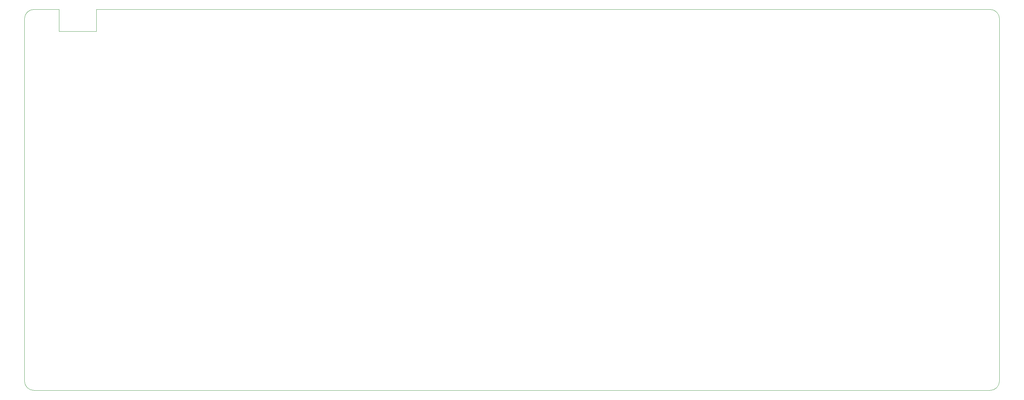
<source format=gm1>
G04 #@! TF.GenerationSoftware,KiCad,Pcbnew,(5.1.10-1-10_14)*
G04 #@! TF.CreationDate,2021-08-25T20:34:20+10:00*
G04 #@! TF.ProjectId,WTL62,57544c36-322e-46b6-9963-61645f706362,rev?*
G04 #@! TF.SameCoordinates,Original*
G04 #@! TF.FileFunction,Profile,NP*
%FSLAX46Y46*%
G04 Gerber Fmt 4.6, Leading zero omitted, Abs format (unit mm)*
G04 Created by KiCad (PCBNEW (5.1.10-1-10_14)) date 2021-08-25 20:34:20*
%MOMM*%
%LPD*%
G01*
G04 APERTURE LIST*
G04 #@! TA.AperFunction,Profile*
%ADD10C,0.050000*%
G04 #@! TD*
G04 APERTURE END LIST*
D10*
X42068750Y-23812500D02*
X269081250Y-23812500D01*
X28956467Y-23812275D02*
X32543750Y-23812500D01*
X42068750Y-29368750D02*
X42068750Y-23812500D01*
X32543750Y-29368750D02*
X42068750Y-29368750D01*
X32543750Y-23812500D02*
X32543750Y-29368750D01*
X26193750Y-23812500D02*
X28956467Y-23812275D01*
X271462500Y-26193750D02*
X271462500Y-118268750D01*
X26193750Y-120650000D02*
X26987500Y-120650000D01*
X23812500Y-26193750D02*
X23812500Y-118268750D01*
X26987500Y-120650000D02*
X269081250Y-120650000D01*
X26193750Y-120650000D02*
G75*
G02*
X23812500Y-118268750I0J2381250D01*
G01*
X271462500Y-118268750D02*
G75*
G02*
X269081250Y-120650000I-2381250J0D01*
G01*
X269081250Y-23812500D02*
G75*
G02*
X271462500Y-26193750I0J-2381250D01*
G01*
X23812500Y-26193750D02*
G75*
G02*
X26193750Y-23812500I2381250J0D01*
G01*
M02*

</source>
